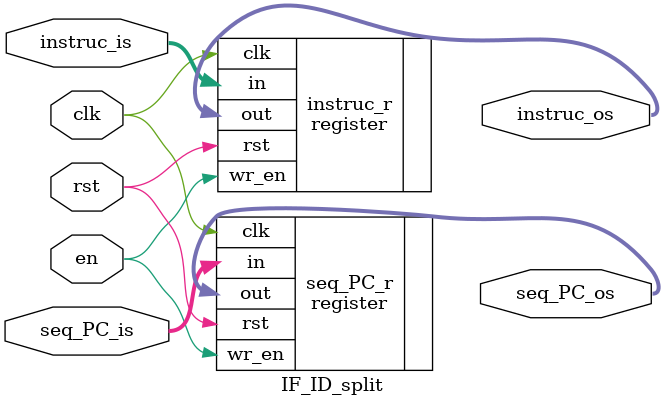
<source format=v>
module IF_ID_split(clk, rst, en, instruc_is, seq_PC_is, instruc_os, seq_PC_os);

    input            clk;
    input            rst;
    input            en;

    // data for the decode
    input     [15:0] instruc_is;
    input     [15:0] seq_PC_is;

    output    [15:0] instruc_os;
    output    [15:0] seq_PC_os;

    // registers for the decode data
    register #(16) instruc_r(.out(instruc_os), .in(instruc_is), .wr_en(en), .clk(clk), .rst(rst));
    register #(16) seq_PC_r(.out(seq_PC_os), .in(seq_PC_is), .wr_en(en), .clk(clk), .rst(rst));

endmodule
</source>
